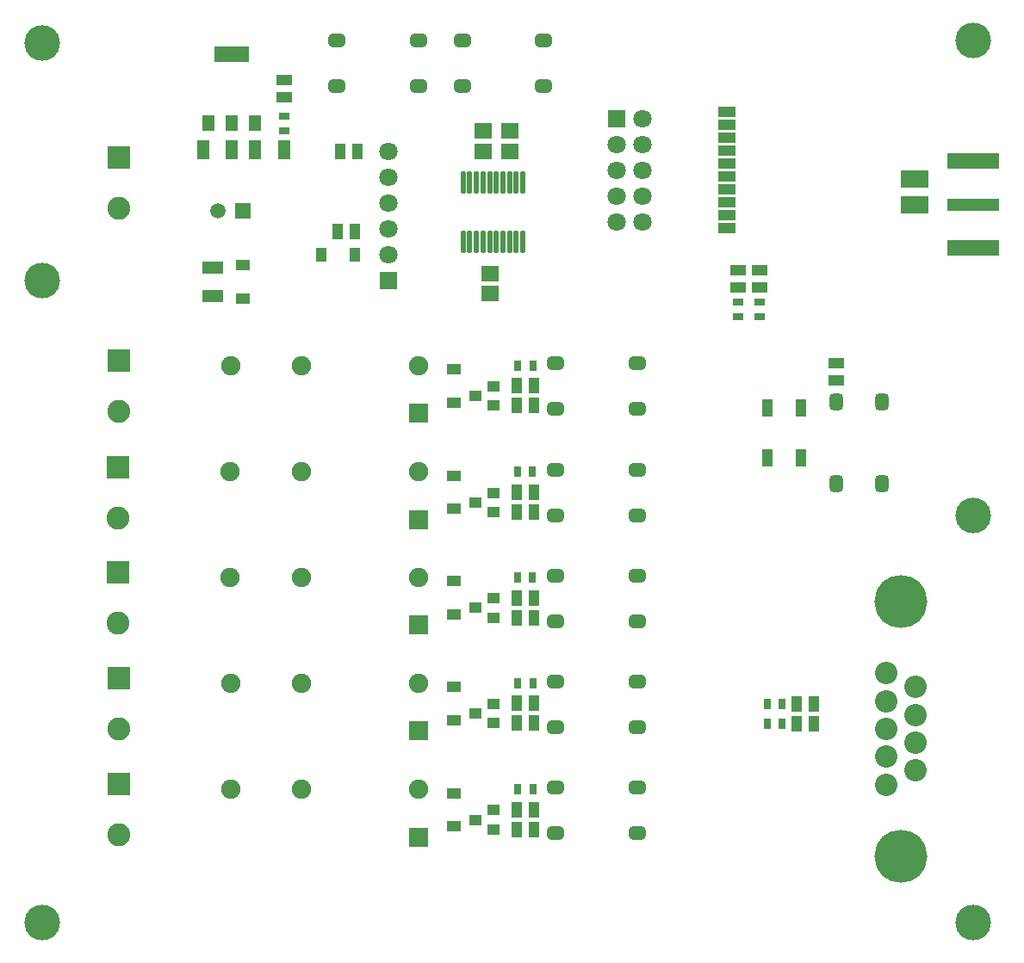
<source format=gts>
G04*
G04 #@! TF.GenerationSoftware,Altium Limited,Altium Designer,19.0.15 (446)*
G04*
G04 Layer_Color=8388736*
%FSLAX25Y25*%
%MOIN*%
G70*
G01*
G75*
G04:AMPARAMS|DCode=38|XSize=65mil|YSize=53mil|CornerRadius=15.25mil|HoleSize=0mil|Usage=FLASHONLY|Rotation=0.000|XOffset=0mil|YOffset=0mil|HoleType=Round|Shape=RoundedRectangle|*
%AMROUNDEDRECTD38*
21,1,0.06500,0.02250,0,0,0.0*
21,1,0.03450,0.05300,0,0,0.0*
1,1,0.03050,0.01725,-0.01125*
1,1,0.03050,-0.01725,-0.01125*
1,1,0.03050,-0.01725,0.01125*
1,1,0.03050,0.01725,0.01125*
%
%ADD38ROUNDEDRECTD38*%
%ADD39R,0.10800X0.06706*%
%ADD40R,0.07099X0.03950*%
%ADD41R,0.05603X0.04402*%
%ADD42R,0.04147X0.05918*%
%ADD43R,0.04627X0.03958*%
%ADD44R,0.03162X0.03950*%
%ADD45R,0.04343X0.06706*%
%ADD46O,0.02178X0.09068*%
%ADD47R,0.06902X0.06115*%
%ADD48R,0.20485X0.04737*%
%ADD49R,0.20485X0.06312*%
%ADD50R,0.03950X0.03162*%
%ADD51R,0.05918X0.04147*%
G04:AMPARAMS|DCode=52|XSize=65mil|YSize=53mil|CornerRadius=15.25mil|HoleSize=0mil|Usage=FLASHONLY|Rotation=90.000|XOffset=0mil|YOffset=0mil|HoleType=Round|Shape=RoundedRectangle|*
%AMROUNDEDRECTD52*
21,1,0.06500,0.02250,0,0,90.0*
21,1,0.03450,0.05300,0,0,90.0*
1,1,0.03050,0.01125,0.01725*
1,1,0.03050,0.01125,-0.01725*
1,1,0.03050,-0.01125,-0.01725*
1,1,0.03050,-0.01125,0.01725*
%
%ADD52ROUNDEDRECTD52*%
%ADD53R,0.04402X0.05603*%
%ADD54R,0.07887X0.04737*%
%ADD55R,0.04737X0.06312*%
%ADD56R,0.13595X0.06312*%
%ADD57R,0.04540X0.07493*%
%ADD58C,0.13792*%
%ADD59R,0.08871X0.08871*%
%ADD60C,0.08871*%
%ADD61C,0.07493*%
%ADD62R,0.07493X0.07493*%
%ADD63C,0.20485*%
%ADD64C,0.08674*%
%ADD65C,0.07099*%
%ADD66R,0.07099X0.07099*%
%ADD67R,0.05918X0.05918*%
%ADD68C,0.05918*%
D38*
X308902Y322795D02*
D03*
X309055Y199862D02*
D03*
Y241004D02*
D03*
X308902Y281949D02*
D03*
X309055Y364085D02*
D03*
Y346408D02*
D03*
X340591D02*
D03*
Y364085D02*
D03*
X304273Y489173D02*
D03*
X272738D02*
D03*
X304273Y471496D02*
D03*
X272738D02*
D03*
X255906Y489173D02*
D03*
X224370D02*
D03*
X255906Y471496D02*
D03*
X224370D02*
D03*
X309055Y182185D02*
D03*
X340591D02*
D03*
Y199862D02*
D03*
X309055Y223327D02*
D03*
X340591D02*
D03*
Y241004D02*
D03*
X308902Y264272D02*
D03*
X340437D02*
D03*
Y281949D02*
D03*
X308902Y305118D02*
D03*
X340437D02*
D03*
Y322795D02*
D03*
D39*
X447882Y435463D02*
D03*
Y425660D02*
D03*
D40*
X375244Y416565D02*
D03*
Y421565D02*
D03*
Y426565D02*
D03*
Y431565D02*
D03*
Y436565D02*
D03*
Y441565D02*
D03*
Y446565D02*
D03*
Y451565D02*
D03*
Y456565D02*
D03*
Y461565D02*
D03*
D41*
X269685Y349016D02*
D03*
Y361909D02*
D03*
X187992Y389222D02*
D03*
Y402116D02*
D03*
X269685Y184793D02*
D03*
Y197687D02*
D03*
Y225935D02*
D03*
Y238829D02*
D03*
X269531Y266880D02*
D03*
Y279774D02*
D03*
Y307726D02*
D03*
Y320620D02*
D03*
D42*
X293898Y347785D02*
D03*
X300591D02*
D03*
X300590Y355463D02*
D03*
X293898D02*
D03*
X232242Y446024D02*
D03*
X225549D02*
D03*
X224466Y415295D02*
D03*
X231159D02*
D03*
X408858Y232333D02*
D03*
X402165D02*
D03*
X408858Y224459D02*
D03*
X402165D02*
D03*
X300590Y191240D02*
D03*
X293898D02*
D03*
X300590Y232382D02*
D03*
X293898D02*
D03*
X300437Y273327D02*
D03*
X293744D02*
D03*
X300437Y314173D02*
D03*
X293744D02*
D03*
X293898Y183563D02*
D03*
X300591D02*
D03*
X293898Y224705D02*
D03*
X300591D02*
D03*
X293744Y265650D02*
D03*
X300437D02*
D03*
X293744Y306496D02*
D03*
X300437D02*
D03*
D43*
X284980Y355266D02*
D03*
Y347785D02*
D03*
X278012Y351526D02*
D03*
X284980Y191043D02*
D03*
Y183563D02*
D03*
X278012Y187303D02*
D03*
X284980Y232185D02*
D03*
Y224705D02*
D03*
X278012Y228445D02*
D03*
X284827Y273130D02*
D03*
Y265650D02*
D03*
X277858Y269390D02*
D03*
X284827Y313976D02*
D03*
Y306496D02*
D03*
X277858Y310236D02*
D03*
D44*
X300098Y363337D02*
D03*
X294390D02*
D03*
X396555Y232333D02*
D03*
X390846D02*
D03*
X396555Y224459D02*
D03*
X390846D02*
D03*
X300098Y199114D02*
D03*
X294390D02*
D03*
X300098Y240256D02*
D03*
X294390D02*
D03*
X299945Y281201D02*
D03*
X294236D02*
D03*
X299945Y322047D02*
D03*
X294236D02*
D03*
D45*
X390945Y346850D02*
D03*
X403937D02*
D03*
Y327559D02*
D03*
X390945D02*
D03*
D46*
X273171Y411221D02*
D03*
X275730D02*
D03*
X278289D02*
D03*
X280848D02*
D03*
X283407D02*
D03*
X285966D02*
D03*
X288525D02*
D03*
X291084D02*
D03*
X293643D02*
D03*
X296202D02*
D03*
X273171Y434055D02*
D03*
X275730D02*
D03*
X278289D02*
D03*
X280848D02*
D03*
X283407D02*
D03*
X285966D02*
D03*
X288525D02*
D03*
X291084D02*
D03*
X293643D02*
D03*
X296202D02*
D03*
D47*
X291297Y454134D02*
D03*
Y446260D02*
D03*
X280848Y454134D02*
D03*
Y446260D02*
D03*
X283407Y391142D02*
D03*
Y399016D02*
D03*
D48*
X470472Y425660D02*
D03*
D49*
Y442392D02*
D03*
Y408927D02*
D03*
D50*
X203740Y454232D02*
D03*
Y459941D02*
D03*
X387894Y387844D02*
D03*
Y382136D02*
D03*
X379724Y387844D02*
D03*
Y382136D02*
D03*
D51*
X387894Y400148D02*
D03*
Y393455D02*
D03*
X379724Y400148D02*
D03*
Y393455D02*
D03*
X203740Y473819D02*
D03*
Y467126D02*
D03*
X417602Y357529D02*
D03*
Y364222D02*
D03*
D52*
X435280Y317569D02*
D03*
Y349104D02*
D03*
X417602Y317569D02*
D03*
Y349104D02*
D03*
D53*
X231257Y406339D02*
D03*
X218363D02*
D03*
D54*
X176181Y390158D02*
D03*
Y401181D02*
D03*
D55*
X174606Y457087D02*
D03*
X183661D02*
D03*
X192717D02*
D03*
D56*
X183661Y483858D02*
D03*
D57*
X172638Y446850D02*
D03*
X183661D02*
D03*
X203740D02*
D03*
X192717D02*
D03*
D58*
X110236Y396024D02*
D03*
X470472Y305118D02*
D03*
X110236Y488189D02*
D03*
X470472Y489173D02*
D03*
Y147638D02*
D03*
X110236D02*
D03*
D59*
X139764Y443898D02*
D03*
Y365305D02*
D03*
Y201083D02*
D03*
Y242224D02*
D03*
X139610Y283169D02*
D03*
Y324016D02*
D03*
D60*
X139764Y424213D02*
D03*
Y345620D02*
D03*
Y181398D02*
D03*
Y222539D02*
D03*
X139610Y263484D02*
D03*
Y304331D02*
D03*
D61*
X183071Y363337D02*
D03*
X210630D02*
D03*
X255906D02*
D03*
X183071Y199114D02*
D03*
X210630D02*
D03*
X255906D02*
D03*
X183071Y240256D02*
D03*
X210630D02*
D03*
X255906D02*
D03*
X182917Y281201D02*
D03*
X210476D02*
D03*
X255752D02*
D03*
X182917Y322047D02*
D03*
X210476D02*
D03*
X255752D02*
D03*
D62*
X255906Y344833D02*
D03*
Y180610D02*
D03*
Y221752D02*
D03*
X255752Y262697D02*
D03*
Y303543D02*
D03*
D63*
X442598Y173356D02*
D03*
Y271781D02*
D03*
D64*
X448189Y206388D02*
D03*
Y217175D02*
D03*
Y227963D02*
D03*
Y238750D02*
D03*
X437008Y200994D02*
D03*
Y211782D02*
D03*
Y222569D02*
D03*
Y233356D02*
D03*
Y244144D02*
D03*
D65*
X332520Y418819D02*
D03*
Y428819D02*
D03*
Y438819D02*
D03*
Y448819D02*
D03*
X342520Y418819D02*
D03*
Y428819D02*
D03*
Y438819D02*
D03*
Y448819D02*
D03*
Y458819D02*
D03*
X244151Y436024D02*
D03*
Y426024D02*
D03*
Y416024D02*
D03*
Y406024D02*
D03*
Y446024D02*
D03*
D66*
X332520Y458819D02*
D03*
X244151Y396024D02*
D03*
D67*
X187992Y423228D02*
D03*
D68*
X178150D02*
D03*
M02*

</source>
